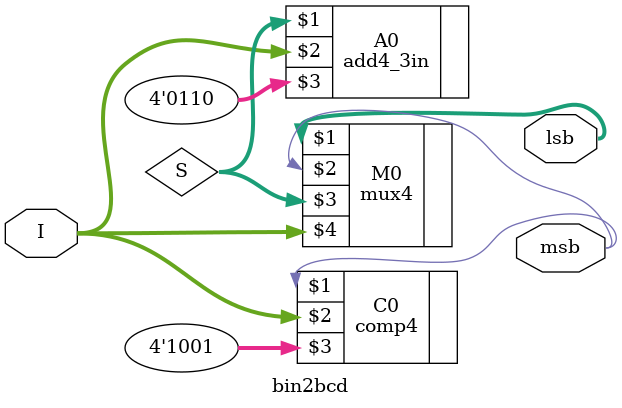
<source format=v>
module bin2bcd(msb,lsb,I);

input [3:0] I;
output msb;
output wire [3:0] lsb;

wire [3:0] S;

comp4 C0 (msb,I,4'd9);
add4_3in A0 (S,I,4'd6);
mux4 M0 (lsb,msb,S,I);

endmodule

</source>
